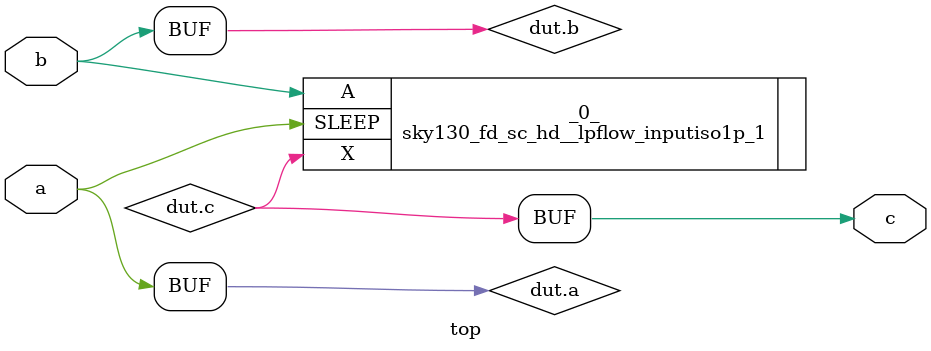
<source format=v>
/* Generated by Yosys 0.9+4274 (git sha1 e6dd4db0, gcc 9.3.0-17ubuntu1~20.04 -fPIC -Os) */

module top(a, b, c);
  input a;
  input b;
  output c;
  wire \dut.a ;
  wire \dut.b ;
  wire \dut.c ;
  sky130_fd_sc_hd__lpflow_inputiso1p_1 _0_ (
    .A(\dut.b ),
    .SLEEP(\dut.a ),
    .X(\dut.c )
  );
  assign \dut.a  = a;
  assign \dut.b  = b;
  assign c = \dut.c ;
endmodule

</source>
